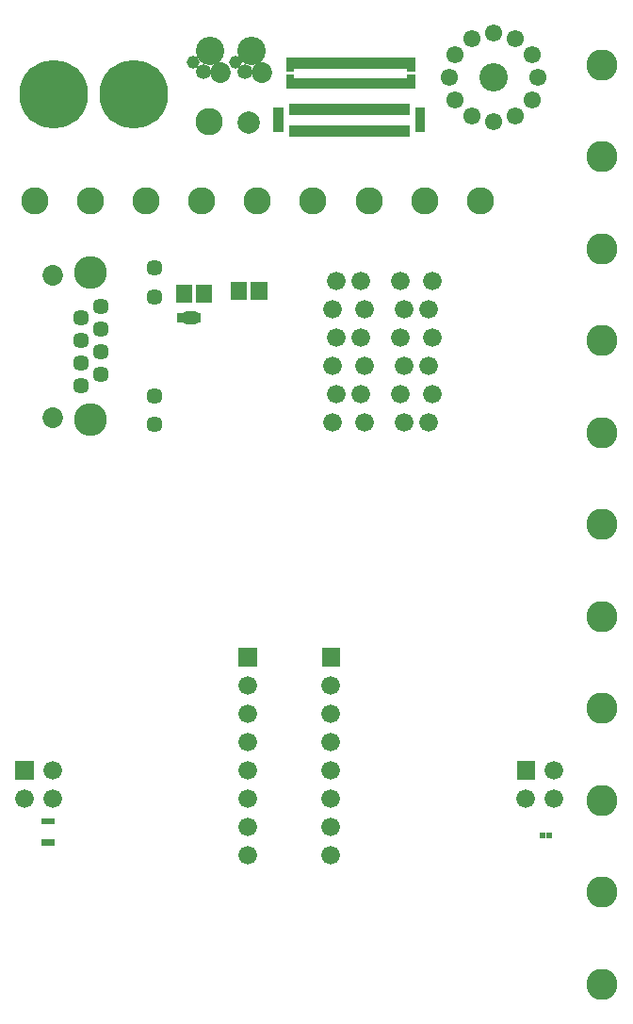
<source format=gbr>
G04 start of page 11 for group -4063 idx -4063 *
G04 Title: (unknown), componentmask *
G04 Creator: pcb 4.2.0 *
G04 CreationDate: Sat Jul  4 21:02:03 2020 UTC *
G04 For: commonadmin *
G04 Format: Gerber/RS-274X *
G04 PCB-Dimensions (mil): 3500.00 8250.00 *
G04 PCB-Coordinate-Origin: lower left *
%MOIN*%
%FSLAX25Y25*%
%LNTOPMASK*%
%ADD188C,0.0787*%
%ADD187C,0.0200*%
%ADD186C,0.2422*%
%ADD185C,0.0454*%
%ADD184C,0.0532*%
%ADD183C,0.0960*%
%ADD182C,0.0611*%
%ADD181C,0.1005*%
%ADD180C,0.0966*%
%ADD179C,0.1162*%
%ADD178C,0.0729*%
%ADD177C,0.0572*%
%ADD176C,0.1103*%
%ADD175C,0.0660*%
%ADD174C,0.0001*%
G54D174*G36*
X88700Y601300D02*Y594700D01*
X95300D01*
Y601300D01*
X88700D01*
G37*
G36*
X118200D02*Y594700D01*
X124800D01*
Y601300D01*
X118200D01*
G37*
G54D175*X92000Y588000D03*
X121500D03*
X92000Y578000D03*
Y568000D03*
Y558000D03*
Y548000D03*
Y538000D03*
Y528000D03*
X121500Y578000D03*
Y568000D03*
Y558000D03*
Y548000D03*
Y538000D03*
Y528000D03*
G54D174*G36*
X9700Y561300D02*Y554700D01*
X16300D01*
Y561300D01*
X9700D01*
G37*
G54D175*X13000Y548000D03*
X23000D03*
Y558000D03*
G54D174*G36*
X187200Y561300D02*Y554700D01*
X193800D01*
Y561300D01*
X187200D01*
G37*
G54D175*X190500Y548000D03*
X200500D03*
Y558000D03*
G54D176*X217500Y547500D03*
Y612500D03*
Y580000D03*
Y482500D03*
Y515000D03*
G54D175*X146000Y731000D03*
X157500D03*
X156000Y721000D03*
X147500D03*
X123500Y731000D03*
X122000Y721000D03*
X132000Y731000D03*
X133500Y721000D03*
X146000Y711000D03*
X147500Y701000D03*
X146000Y691000D03*
X157500Y711000D03*
X123500D03*
X132000D03*
G54D177*X32957Y709992D03*
G54D175*X156000Y701000D03*
X122000D03*
X133500D03*
X157500Y691000D03*
X132000D03*
X123500D03*
X122000Y681000D03*
X133500D03*
G54D177*X40043Y714008D03*
X58980Y690465D03*
G54D175*X147500Y681000D03*
X156000D03*
G54D178*X22996Y682787D03*
G54D179*X36500Y682000D03*
G54D177*X58980Y680425D03*
X32957Y701961D03*
Y693929D03*
X40043Y705976D03*
Y697945D03*
G54D176*X217500Y677500D03*
Y645000D03*
G54D177*X58980Y725504D03*
Y735543D03*
G54D178*X22996Y733181D03*
G54D179*X36500Y733969D03*
G54D177*X32957Y718024D03*
X40043Y722039D03*
G54D180*X16760Y759500D03*
X36445D03*
X56130D03*
X75815D03*
X95500D03*
G54D181*X179000Y803000D03*
G54D182*X194748D03*
X192583Y795126D03*
Y810874D03*
X163252Y803000D03*
X165417Y795126D03*
Y810874D03*
X179000Y787252D03*
X171323Y789220D03*
X186677D03*
X179000Y818748D03*
X186677Y816780D03*
X171323D03*
G54D176*X217500Y807500D03*
Y775000D03*
Y742500D03*
Y710000D03*
G54D180*X115185Y759500D03*
X134870D03*
X154555D03*
X174240D03*
G54D183*X78500Y787500D03*
G54D184*X76378Y805118D03*
G54D185*X72835Y808268D03*
G54D186*X23500Y797000D03*
X51846D03*
G54D181*X78740Y812205D03*
G54D178*X82283Y804724D03*
G54D181*X93504Y812205D03*
G54D178*X97047Y804724D03*
G54D184*X91142Y805118D03*
G54D185*X87598Y808268D03*
G54D187*X69507Y717450D02*X70207Y716750D01*
G54D174*G36*
X67007Y718450D02*Y716450D01*
X70507D01*
Y718450D01*
X67007D01*
G37*
G54D187*X70507Y716750D02*X71107Y717350D01*
X71707Y716750D01*
X70207D02*X73207D01*
X73907Y717450D01*
G54D174*G36*
X72907Y718450D02*Y716450D01*
X75407D01*
Y718450D01*
X72907D01*
G37*
G54D187*X72307Y717350D02*X72907Y716750D01*
X71707D02*X72307Y717350D01*
X69607Y718750D02*X70207Y719350D01*
X70407D02*X71107Y718650D01*
X71807Y719350D01*
X71607D02*X72307Y718650D01*
X73007Y719350D01*
G54D174*G36*
X67007Y719750D02*Y717750D01*
X70607D01*
Y719750D01*
X67007D01*
G37*
G36*
X72316Y729752D02*X66598D01*
Y723248D01*
X72316D01*
Y729752D01*
G37*
G36*
X79402D02*X73684D01*
Y723248D01*
X79402D01*
Y729752D01*
G37*
G36*
X91816Y730752D02*X86098D01*
Y724248D01*
X91816D01*
Y730752D01*
G37*
G36*
X98902D02*X93184D01*
Y724248D01*
X98902D01*
Y730752D01*
G37*
G54D187*X70207Y719350D02*X73307D01*
X70207D02*X70407D01*
X73307D02*X73907Y718750D01*
G54D174*G36*
X72907Y719750D02*Y717750D01*
X75407D01*
Y719750D01*
X72907D01*
G37*
G36*
X195232Y536087D02*Y533913D01*
X197406D01*
Y536087D01*
X195232D01*
G37*
G36*
X197594D02*Y533913D01*
X199768D01*
Y536087D01*
X197594D01*
G37*
G36*
X19051Y533587D02*Y531413D01*
X21225D01*
Y533587D01*
X19051D01*
G37*
G36*
X21413D02*Y531413D01*
X23587D01*
Y533587D01*
X21413D01*
G37*
G36*
X19051Y541087D02*Y538913D01*
X21225D01*
Y541087D01*
X19051D01*
G37*
G36*
X21413D02*Y538913D01*
X23587D01*
Y541087D01*
X21413D01*
G37*
G36*
X151331Y803866D02*X148504D01*
Y799110D01*
X151331D01*
Y803866D01*
G37*
G36*
Y809890D02*X148504D01*
Y805134D01*
X151331D01*
Y809890D01*
G37*
G36*
X149776Y802862D02*X147146D01*
Y799051D01*
X149776D01*
Y802862D01*
G37*
G36*
X148398D02*X145768D01*
Y799051D01*
X148398D01*
Y802862D01*
G37*
G36*
X147020D02*X144390D01*
Y799051D01*
X147020D01*
Y802862D01*
G37*
G36*
X145642D02*X143012D01*
Y799051D01*
X145642D01*
Y802862D01*
G37*
G36*
X144264D02*X141634D01*
Y799051D01*
X144264D01*
Y802862D01*
G37*
G36*
X149776Y809949D02*X147146D01*
Y806138D01*
X149776D01*
Y809949D01*
G37*
G36*
X148398D02*X145768D01*
Y806138D01*
X148398D01*
Y809949D01*
G37*
G36*
X147020D02*X144390D01*
Y806138D01*
X147020D01*
Y809949D01*
G37*
G36*
X142886Y802862D02*X140256D01*
Y799051D01*
X142886D01*
Y802862D01*
G37*
G36*
X141508D02*X138878D01*
Y799051D01*
X141508D01*
Y802862D01*
G37*
G36*
X140130D02*X137500D01*
Y799051D01*
X140130D01*
Y802862D01*
G37*
G36*
X138752D02*X136122D01*
Y799051D01*
X138752D01*
Y802862D01*
G37*
G36*
X137374D02*X134744D01*
Y799051D01*
X137374D01*
Y802862D01*
G37*
G36*
X145642Y809949D02*X143012D01*
Y806138D01*
X145642D01*
Y809949D01*
G37*
G36*
X144264D02*X141634D01*
Y806138D01*
X144264D01*
Y809949D01*
G37*
G36*
X142886D02*X140256D01*
Y806138D01*
X142886D01*
Y809949D01*
G37*
G36*
X141508D02*X138878D01*
Y806138D01*
X141508D01*
Y809949D01*
G37*
G36*
X140130D02*X137500D01*
Y806138D01*
X140130D01*
Y809949D01*
G37*
G36*
X138752D02*X136122D01*
Y806138D01*
X138752D01*
Y809949D01*
G37*
G36*
X137374D02*X134744D01*
Y806138D01*
X137374D01*
Y809949D01*
G37*
G36*
X135996D02*X133366D01*
Y806138D01*
X135996D01*
Y809949D01*
G37*
G36*
X134618D02*X131988D01*
Y806138D01*
X134618D01*
Y809949D01*
G37*
G36*
X133240D02*X130610D01*
Y806138D01*
X133240D01*
Y809949D01*
G37*
G36*
X131862D02*X129232D01*
Y806138D01*
X131862D01*
Y809949D01*
G37*
G36*
X130484D02*X127854D01*
Y806138D01*
X130484D01*
Y809949D01*
G37*
G36*
X108457Y803866D02*X105630D01*
Y799110D01*
X108457D01*
Y803866D01*
G37*
G36*
Y809890D02*X105630D01*
Y805134D01*
X108457D01*
Y809890D01*
G37*
G36*
X126350Y802862D02*X123720D01*
Y799051D01*
X126350D01*
Y802862D01*
G37*
G36*
X124972D02*X122343D01*
Y799051D01*
X124972D01*
Y802862D01*
G37*
G36*
X123594D02*X120965D01*
Y799051D01*
X123594D01*
Y802862D01*
G37*
G36*
X122217D02*X119587D01*
Y799051D01*
X122217D01*
Y802862D01*
G37*
G36*
X120839D02*X118209D01*
Y799051D01*
X120839D01*
Y802862D01*
G37*
G36*
X119461D02*X116831D01*
Y799051D01*
X119461D01*
Y802862D01*
G37*
G36*
X118083D02*X115453D01*
Y799051D01*
X118083D01*
Y802862D01*
G37*
G36*
X116705D02*X114075D01*
Y799051D01*
X116705D01*
Y802862D01*
G37*
G36*
X115327D02*X112697D01*
Y799051D01*
X115327D01*
Y802862D01*
G37*
G36*
X113949D02*X111319D01*
Y799051D01*
X113949D01*
Y802862D01*
G37*
G36*
X112571D02*X109941D01*
Y799051D01*
X112571D01*
Y802862D01*
G37*
G36*
X111193D02*X108563D01*
Y799051D01*
X111193D01*
Y802862D01*
G37*
G36*
X109815D02*X107185D01*
Y799051D01*
X109815D01*
Y802862D01*
G37*
G36*
X129106Y809949D02*X126476D01*
Y806138D01*
X129106D01*
Y809949D01*
G37*
G36*
X127728D02*X125098D01*
Y806138D01*
X127728D01*
Y809949D01*
G37*
G36*
X126350D02*X123720D01*
Y806138D01*
X126350D01*
Y809949D01*
G37*
G36*
X124972D02*X122343D01*
Y806138D01*
X124972D01*
Y809949D01*
G37*
G36*
X123594D02*X120965D01*
Y806138D01*
X123594D01*
Y809949D01*
G37*
G36*
X122217D02*X119587D01*
Y806138D01*
X122217D01*
Y809949D01*
G37*
G36*
X120839D02*X118209D01*
Y806138D01*
X120839D01*
Y809949D01*
G37*
G36*
X119461D02*X116831D01*
Y806138D01*
X119461D01*
Y809949D01*
G37*
G36*
X118083D02*X115453D01*
Y806138D01*
X118083D01*
Y809949D01*
G37*
G36*
X116705D02*X114075D01*
Y806138D01*
X116705D01*
Y809949D01*
G37*
G36*
X115327D02*X112697D01*
Y806138D01*
X115327D01*
Y809949D01*
G37*
G36*
X113949D02*X111319D01*
Y806138D01*
X113949D01*
Y809949D01*
G37*
G36*
X112571D02*X109941D01*
Y806138D01*
X112571D01*
Y809949D01*
G37*
G36*
X111193D02*X108563D01*
Y806138D01*
X111193D01*
Y809949D01*
G37*
G36*
X109815D02*X107185D01*
Y806138D01*
X109815D01*
Y809949D01*
G37*
G36*
X135996Y802862D02*X133366D01*
Y799051D01*
X135996D01*
Y802862D01*
G37*
G36*
X134618D02*X131988D01*
Y799051D01*
X134618D01*
Y802862D01*
G37*
G36*
X133240D02*X130610D01*
Y799051D01*
X133240D01*
Y802862D01*
G37*
G36*
X131862D02*X129232D01*
Y799051D01*
X131862D01*
Y802862D01*
G37*
G36*
X130484D02*X127854D01*
Y799051D01*
X130484D01*
Y802862D01*
G37*
G36*
X129106D02*X126476D01*
Y799051D01*
X129106D01*
Y802862D01*
G37*
G36*
X127728D02*X125098D01*
Y799051D01*
X127728D01*
Y802862D01*
G37*
G36*
X114827Y793646D02*X112197D01*
Y789835D01*
X114827D01*
Y793646D01*
G37*
G36*
X116205D02*X113575D01*
Y789835D01*
X116205D01*
Y793646D01*
G37*
G36*
X117583D02*X114953D01*
Y789835D01*
X117583D01*
Y793646D01*
G37*
G36*
X118961D02*X116331D01*
Y789835D01*
X118961D01*
Y793646D01*
G37*
G36*
X120339D02*X117709D01*
Y789835D01*
X120339D01*
Y793646D01*
G37*
G36*
X121717D02*X119087D01*
Y789835D01*
X121717D01*
Y793646D01*
G37*
G36*
X123094D02*X120465D01*
Y789835D01*
X123094D01*
Y793646D01*
G37*
G36*
X124472D02*X121843D01*
Y789835D01*
X124472D01*
Y793646D01*
G37*
G36*
X125850D02*X123220D01*
Y789835D01*
X125850D01*
Y793646D01*
G37*
G36*
X127228D02*X124598D01*
Y789835D01*
X127228D01*
Y793646D01*
G37*
G36*
X128606D02*X125976D01*
Y789835D01*
X128606D01*
Y793646D01*
G37*
G36*
X129984D02*X127354D01*
Y789835D01*
X129984D01*
Y793646D01*
G37*
G36*
X131362D02*X128732D01*
Y789835D01*
X131362D01*
Y793646D01*
G37*
G36*
X132740D02*X130110D01*
Y789835D01*
X132740D01*
Y793646D01*
G37*
G36*
X134118D02*X131488D01*
Y789835D01*
X134118D01*
Y793646D01*
G37*
G36*
X135496D02*X132866D01*
Y789835D01*
X135496D01*
Y793646D01*
G37*
G36*
X136874D02*X134244D01*
Y789835D01*
X136874D01*
Y793646D01*
G37*
G36*
X138252D02*X135622D01*
Y789835D01*
X138252D01*
Y793646D01*
G37*
G36*
X139630D02*X137000D01*
Y789835D01*
X139630D01*
Y793646D01*
G37*
G36*
X141008D02*X138378D01*
Y789835D01*
X141008D01*
Y793646D01*
G37*
G36*
X142386D02*X139756D01*
Y789835D01*
X142386D01*
Y793646D01*
G37*
G36*
X143764D02*X141134D01*
Y789835D01*
X143764D01*
Y793646D01*
G37*
G36*
X145142D02*X142512D01*
Y789835D01*
X145142D01*
Y793646D01*
G37*
G36*
X146520D02*X143890D01*
Y789835D01*
X146520D01*
Y793646D01*
G37*
G36*
X147898D02*X145268D01*
Y789835D01*
X147898D01*
Y793646D01*
G37*
G36*
X149276D02*X146646D01*
Y789835D01*
X149276D01*
Y793646D01*
G37*
G36*
X109315D02*X106685D01*
Y789835D01*
X109315D01*
Y793646D01*
G37*
G36*
X110693D02*X108063D01*
Y789835D01*
X110693D01*
Y793646D01*
G37*
G36*
X112071D02*X109441D01*
Y789835D01*
X112071D01*
Y793646D01*
G37*
G36*
X113449D02*X110819D01*
Y789835D01*
X113449D01*
Y793646D01*
G37*
G36*
X104591Y792268D02*X101173D01*
Y787472D01*
X104591D01*
Y792268D01*
G37*
G36*
Y788528D02*X101173D01*
Y783732D01*
X104591D01*
Y788528D01*
G37*
G54D188*X92500Y787000D03*
G54D174*G36*
X109315Y785969D02*X106685D01*
Y782157D01*
X109315D01*
Y785969D01*
G37*
G36*
X110693D02*X108063D01*
Y782157D01*
X110693D01*
Y785969D01*
G37*
G36*
X112071D02*X109441D01*
Y782157D01*
X112071D01*
Y785969D01*
G37*
G36*
X113449D02*X110819D01*
Y782157D01*
X113449D01*
Y785969D01*
G37*
G36*
X114827D02*X112197D01*
Y782157D01*
X114827D01*
Y785969D01*
G37*
G36*
X116205D02*X113575D01*
Y782157D01*
X116205D01*
Y785969D01*
G37*
G36*
X117583D02*X114953D01*
Y782157D01*
X117583D01*
Y785969D01*
G37*
G36*
X118961D02*X116331D01*
Y782157D01*
X118961D01*
Y785969D01*
G37*
G36*
X120339D02*X117709D01*
Y782157D01*
X120339D01*
Y785969D01*
G37*
G36*
X121717D02*X119087D01*
Y782157D01*
X121717D01*
Y785969D01*
G37*
G36*
X123094D02*X120465D01*
Y782157D01*
X123094D01*
Y785969D01*
G37*
G36*
X124472D02*X121843D01*
Y782157D01*
X124472D01*
Y785969D01*
G37*
G36*
X125850D02*X123220D01*
Y782157D01*
X125850D01*
Y785969D01*
G37*
G36*
X127228D02*X124598D01*
Y782157D01*
X127228D01*
Y785969D01*
G37*
G36*
X128606D02*X125976D01*
Y782157D01*
X128606D01*
Y785969D01*
G37*
G36*
X129984D02*X127354D01*
Y782157D01*
X129984D01*
Y785969D01*
G37*
G36*
X131362D02*X128732D01*
Y782157D01*
X131362D01*
Y785969D01*
G37*
G36*
X132740D02*X130110D01*
Y782157D01*
X132740D01*
Y785969D01*
G37*
G36*
X134118D02*X131488D01*
Y782157D01*
X134118D01*
Y785969D01*
G37*
G36*
X135496D02*X132866D01*
Y782157D01*
X135496D01*
Y785969D01*
G37*
G36*
X136874D02*X134244D01*
Y782157D01*
X136874D01*
Y785969D01*
G37*
G36*
X138252D02*X135622D01*
Y782157D01*
X138252D01*
Y785969D01*
G37*
G36*
X139630D02*X137000D01*
Y782157D01*
X139630D01*
Y785969D01*
G37*
G36*
X141008D02*X138378D01*
Y782157D01*
X141008D01*
Y785969D01*
G37*
G36*
X142386D02*X139756D01*
Y782157D01*
X142386D01*
Y785969D01*
G37*
G36*
X143764D02*X141134D01*
Y782157D01*
X143764D01*
Y785969D01*
G37*
G36*
X145142D02*X142512D01*
Y782157D01*
X145142D01*
Y785969D01*
G37*
G36*
X146520D02*X143890D01*
Y782157D01*
X146520D01*
Y785969D01*
G37*
G36*
X147898D02*X145268D01*
Y782157D01*
X147898D01*
Y785969D01*
G37*
G36*
X149276D02*X146646D01*
Y782157D01*
X149276D01*
Y785969D01*
G37*
G36*
X154787Y788528D02*X151370D01*
Y783732D01*
X154787D01*
Y788528D01*
G37*
G36*
Y792268D02*X151370D01*
Y787472D01*
X154787D01*
Y792268D01*
G37*
M02*

</source>
